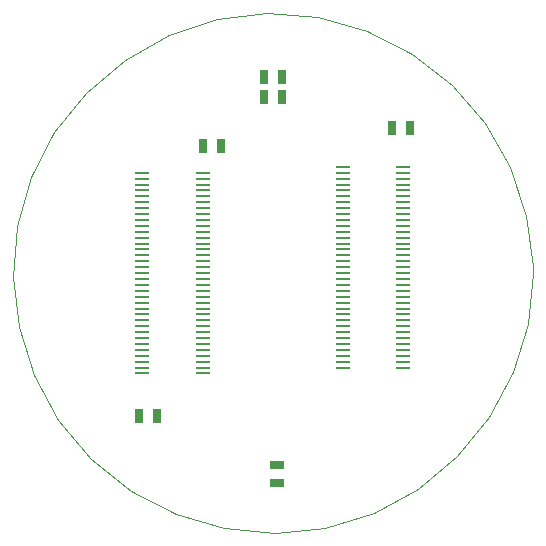
<source format=gtp>
G04 (created by PCBNEW-RS274X (2012-apr-16-27)-stable) date Mon 14 Apr 2014 03:48:45 PM EDT*
G01*
G70*
G90*
%MOIN*%
G04 Gerber Fmt 3.4, Leading zero omitted, Abs format*
%FSLAX34Y34*%
G04 APERTURE LIST*
%ADD10C,0.006000*%
%ADD11C,0.000400*%
%ADD12R,0.025000X0.045000*%
%ADD13R,0.045000X0.025000*%
%ADD14R,0.045300X0.009800*%
G04 APERTURE END LIST*
G54D10*
G54D11*
X48032Y-39370D02*
X47867Y-41052D01*
X47378Y-42670D01*
X46584Y-44163D01*
X45516Y-45473D01*
X44213Y-46551D01*
X42726Y-47355D01*
X41111Y-47855D01*
X39430Y-48031D01*
X37747Y-47878D01*
X36126Y-47401D01*
X34628Y-46618D01*
X33310Y-45558D01*
X32223Y-44263D01*
X31409Y-42782D01*
X30898Y-41170D01*
X30709Y-39490D01*
X30851Y-37807D01*
X31317Y-36182D01*
X32090Y-34678D01*
X33140Y-33353D01*
X34427Y-32258D01*
X35903Y-31433D01*
X37510Y-30911D01*
X39189Y-30710D01*
X40874Y-30840D01*
X42502Y-31295D01*
X44011Y-32057D01*
X45343Y-33098D01*
X46448Y-34377D01*
X47283Y-35847D01*
X47816Y-37451D01*
X48028Y-39129D01*
X48032Y-39370D01*
G54D12*
X39060Y-33484D03*
X39660Y-33484D03*
X39060Y-32825D03*
X39660Y-32825D03*
X43942Y-34528D03*
X43342Y-34528D03*
X37643Y-35118D03*
X37043Y-35118D03*
X35517Y-44134D03*
X34917Y-44134D03*
G54D13*
X39508Y-46363D03*
X39508Y-45763D03*
G54D14*
X37028Y-42716D03*
X37028Y-42520D03*
X37028Y-42323D03*
X37028Y-42126D03*
X37028Y-41929D03*
X37028Y-41732D03*
X37028Y-41535D03*
X37028Y-41339D03*
X37028Y-41142D03*
X37028Y-40945D03*
X37028Y-40748D03*
X37028Y-40551D03*
X37028Y-40354D03*
X37028Y-40157D03*
X37028Y-39961D03*
X37028Y-39764D03*
X37028Y-39567D03*
X37028Y-39370D03*
X37028Y-39173D03*
X37028Y-38976D03*
X37028Y-38779D03*
X37028Y-38583D03*
X37028Y-38386D03*
X37028Y-38189D03*
X37028Y-37992D03*
X37028Y-37795D03*
X37028Y-37598D03*
X37028Y-37401D03*
X37028Y-37205D03*
X37028Y-37008D03*
X37028Y-36811D03*
X37028Y-36614D03*
X37028Y-36417D03*
X37028Y-36220D03*
X37028Y-36024D03*
X35020Y-36024D03*
X35020Y-36220D03*
X35020Y-36417D03*
X35020Y-36614D03*
X35020Y-36811D03*
X35020Y-37008D03*
X35020Y-37205D03*
X35020Y-37401D03*
X35020Y-37598D03*
X35020Y-37795D03*
X35020Y-37992D03*
X35020Y-38189D03*
X35020Y-38386D03*
X35020Y-38583D03*
X35020Y-38779D03*
X35020Y-38976D03*
X35020Y-39173D03*
X35020Y-39370D03*
X35020Y-39567D03*
X35020Y-39764D03*
X35020Y-39961D03*
X35020Y-40157D03*
X35020Y-40354D03*
X35020Y-40551D03*
X35020Y-40748D03*
X35020Y-40945D03*
X35020Y-41142D03*
X35020Y-41339D03*
X35020Y-41535D03*
X35020Y-41732D03*
X35020Y-41929D03*
X35020Y-42126D03*
X35020Y-42323D03*
X35020Y-42520D03*
X35020Y-42716D03*
X43721Y-42519D03*
X43721Y-42323D03*
X43721Y-42126D03*
X43721Y-41929D03*
X43721Y-41732D03*
X43721Y-41535D03*
X43721Y-41338D03*
X43721Y-41142D03*
X43721Y-40945D03*
X43721Y-40748D03*
X43721Y-40551D03*
X43721Y-40354D03*
X43721Y-40157D03*
X43721Y-39960D03*
X43721Y-39764D03*
X43721Y-39567D03*
X43721Y-39370D03*
X43721Y-39173D03*
X43721Y-38976D03*
X43721Y-38779D03*
X43721Y-38582D03*
X43721Y-38386D03*
X43721Y-38189D03*
X43721Y-37992D03*
X43721Y-37795D03*
X43721Y-37598D03*
X43721Y-37401D03*
X43721Y-37204D03*
X43721Y-37008D03*
X43721Y-36811D03*
X43721Y-36614D03*
X43721Y-36417D03*
X43721Y-36220D03*
X43721Y-36023D03*
X43721Y-35827D03*
X41713Y-35827D03*
X41713Y-36023D03*
X41713Y-36220D03*
X41713Y-36417D03*
X41713Y-36614D03*
X41713Y-36811D03*
X41713Y-37008D03*
X41713Y-37204D03*
X41713Y-37401D03*
X41713Y-37598D03*
X41713Y-37795D03*
X41713Y-37992D03*
X41713Y-38189D03*
X41713Y-38386D03*
X41713Y-38582D03*
X41713Y-38779D03*
X41713Y-38976D03*
X41713Y-39173D03*
X41713Y-39370D03*
X41713Y-39567D03*
X41713Y-39764D03*
X41713Y-39960D03*
X41713Y-40157D03*
X41713Y-40354D03*
X41713Y-40551D03*
X41713Y-40748D03*
X41713Y-40945D03*
X41713Y-41142D03*
X41713Y-41338D03*
X41713Y-41535D03*
X41713Y-41732D03*
X41713Y-41929D03*
X41713Y-42126D03*
X41713Y-42323D03*
X41713Y-42519D03*
M02*

</source>
